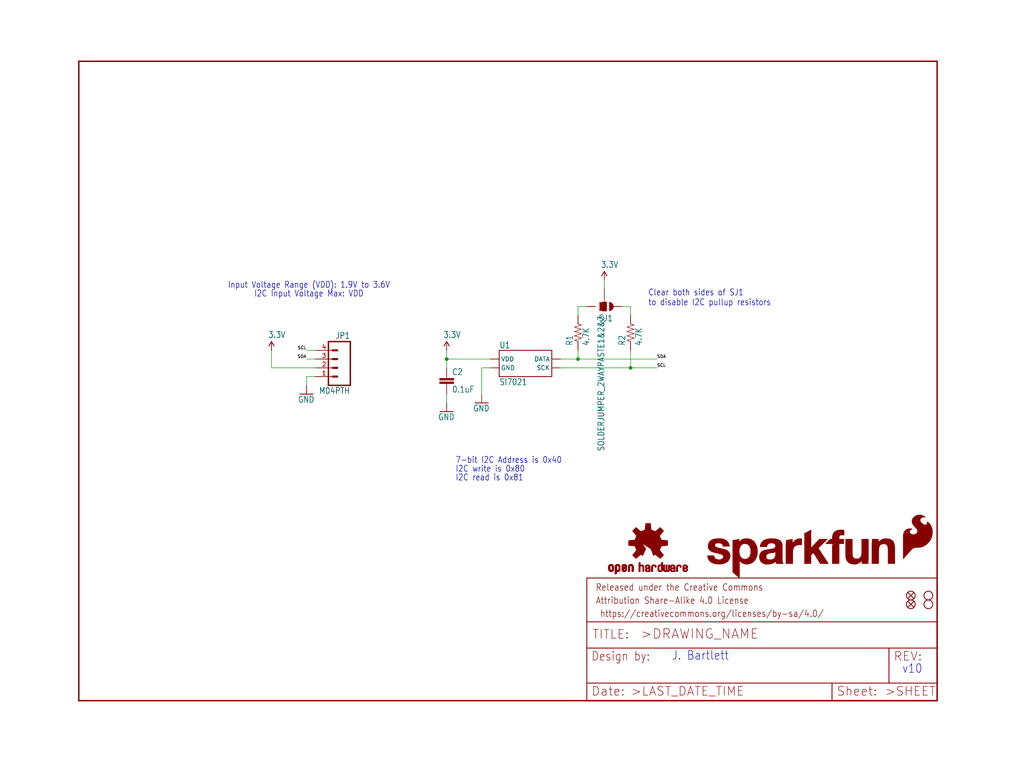
<source format=kicad_sch>
(kicad_sch (version 20211123) (generator eeschema)
  (paper "User" 297.002 223.926)
  (lib_symbols
    (symbol "eagleSchem-eagle-import:0.1UF-25V(+80{slash}-20%)(0603)"
      (property "Reference" "C" (at 1.524 2.921 0))
      (property "Value" "0.1UF-25V(+80{slash}-20%)(0603)" (at 1.524 -2.159 0))
      (symbol "0.1UF-25V(+80{slash}-20%)(0603)_1_0"
        (pin passive line (at 0 5.08 270) (length 2.54) (name "1") (number "1"))
        (pin passive line (at 0 -2.54 90) (length 2.54) (name "2") (number "2"))
      )
    )
    (symbol "eagleSchem-eagle-import:3.3V" (power)
      (property "Value" "3.3V" (at -1.016 3.556 0))
      (symbol "3.3V_1_0"
        (pin power_in line (at 0 0 90) (length 2.54) (name "3.3V") (number "1"))
      )
    )
    (symbol "eagleSchem-eagle-import:4.7KOHM-1{slash}10W-1%(0603)"
      (property "Reference" "R" (at -3.81 1.4986 0))
      (property "Value" "4.7KOHM-1{slash}10W-1%(0603)" (at -3.81 -3.302 0))
      (symbol "4.7KOHM-1{slash}10W-1%(0603)_1_0"
        (pin passive line (at -5.08 0 0) (length 2.54) (name "1") (number "1"))
        (pin passive line (at 5.08 0 180) (length 2.54) (name "2") (number "2"))
      )
    )
    (symbol "eagleSchem-eagle-import:FIDUCIALUFIDUCIAL")
    (symbol "eagleSchem-eagle-import:FRAME-LETTER"
      (symbol "FRAME-LETTER_2_0"
        (text " https://creativecommons.org/licenses/by-sa/4.0/" (at 2.54 24.13 0) (effects (font (size 1.9304 1.6408)) (justify left bottom)))
        (text ">DRAWING_NAME" (at 15.494 17.78 0) (effects (font (size 2.7432 2.7432)) (justify left bottom)))
        (text ">LAST_DATE_TIME" (at 12.7 1.27 0) (effects (font (size 2.54 2.54)) (justify left bottom)))
        (text ">SHEET" (at 86.36 1.27 0) (effects (font (size 2.54 2.54)) (justify left bottom)))
        (text "Attribution Share-Alike 4.0 License" (at 2.54 27.94 0) (effects (font (size 1.9304 1.6408)) (justify left bottom)))
        (text "Date:" (at 1.27 1.27 0) (effects (font (size 2.54 2.54)) (justify left bottom)))
        (text "Design by:" (at 1.27 11.43 0) (effects (font (size 2.54 2.159)) (justify left bottom)))
        (text "Released under the Creative Commons" (at 2.54 31.75 0) (effects (font (size 1.9304 1.6408)) (justify left bottom)))
        (text "REV:" (at 88.9 11.43 0) (effects (font (size 2.54 2.54)) (justify left bottom)))
        (text "Sheet:" (at 72.39 1.27 0) (effects (font (size 2.54 2.54)) (justify left bottom)))
        (text "TITLE:" (at 1.524 17.78 0) (effects (font (size 2.54 2.54)) (justify left bottom)))
      )
    )
    (symbol "eagleSchem-eagle-import:GND" (power)
      (property "Value" "GND" (at -2.54 -2.54 0))
      (symbol "GND_1_0"
        (pin power_in line (at 0 2.54 270) (length 2.54) (name "GND") (number "1"))
      )
    )
    (symbol "eagleSchem-eagle-import:M04PTH"
      (property "Reference" "JP" (at -5.08 8.382 0))
      (property "Value" "M04PTH" (at -5.08 -7.62 0))
      (symbol "M04PTH_1_0"
        (pin passive line (at 5.08 -2.54 180) (length 5.08) (name "1") (number "1"))
        (pin passive line (at 5.08 0 180) (length 5.08) (name "2") (number "2"))
        (pin passive line (at 5.08 2.54 180) (length 5.08) (name "3") (number "3"))
        (pin passive line (at 5.08 5.08 180) (length 5.08) (name "4") (number "4"))
      )
    )
    (symbol "eagleSchem-eagle-import:OSHW-LOGOS")
    (symbol "eagleSchem-eagle-import:SFE_LOGO_FLAME.1_INCH")
    (symbol "eagleSchem-eagle-import:SFE_LOGO_NAME.1_INCH")
    (symbol "eagleSchem-eagle-import:SI7021"
      (property "Value" "SI7021" (at -7.62 -5.08 0))
      (symbol "SI7021_1_0"
        (pin bidirectional line (at 10.16 2.54 180) (length 2.54) (name "DATA") (number "DATA"))
        (pin power_in line (at -10.16 0 0) (length 2.54) (name "GND") (number "GND"))
        (pin input line (at 10.16 0 180) (length 2.54) (name "SCK") (number "SCK"))
        (pin power_in line (at -10.16 2.54 0) (length 2.54) (name "VDD") (number "VDD"))
      )
    )
    (symbol "eagleSchem-eagle-import:SOLDERJUMPER_2WAYPASTE1&2&3"
      (property "Reference" "SJ" (at 2.54 0.381 0))
      (property "Value" "SOLDERJUMPER_2WAYPASTE1&2&3" (at 2.54 -1.905 0))
      (symbol "SOLDERJUMPER_2WAYPASTE1&2&3_1_0"
        (pin passive line (at 0 5.08 270) (length 2.54) (name "1") (number "1"))
        (pin passive line (at -5.08 0 0) (length 2.54) (name "2") (number "2"))
        (pin passive line (at 0 -5.08 90) (length 2.54) (name "3") (number "3"))
      )
    )
    (symbol "eagleSchem-eagle-import:STAND-OFF")
  )
  (junction (at 182.88 106.68))
  (junction (at 129.54 104.14))
  (junction (at 167.64 104.14))
  (wire (pts (xy 182.88 106.68) (xy 182.88 101.6)))
  (wire (pts (xy 167.64 104.14) (xy 190.5 104.14)))
  (wire (pts (xy 162.56 104.14) (xy 167.64 104.14)))
  (wire (pts (xy 182.88 88.9) (xy 182.88 91.44)))
  (wire (pts (xy 180.34 88.9) (xy 182.88 88.9)))
  (wire (pts (xy 91.44 104.14) (xy 88.9 104.14)))
  (wire (pts (xy 91.44 101.6) (xy 88.9 101.6)))
  (wire (pts (xy 182.88 106.68) (xy 190.5 106.68)))
  (wire (pts (xy 142.24 106.68) (xy 139.7 106.68)))
  (wire (pts (xy 175.26 81.28) (xy 175.26 83.82)))
  (wire (pts (xy 78.74 106.68) (xy 78.74 101.6)))
  (wire (pts (xy 170.18 88.9) (xy 167.64 88.9)))
  (wire (pts (xy 88.9 109.22) (xy 91.44 109.22)))
  (wire (pts (xy 129.54 104.14) (xy 129.54 101.6)))
  (wire (pts (xy 139.7 106.68) (xy 139.7 114.3)))
  (wire (pts (xy 142.24 104.14) (xy 129.54 104.14)))
  (wire (pts (xy 88.9 111.76) (xy 88.9 109.22)))
  (wire (pts (xy 91.44 106.68) (xy 78.74 106.68)))
  (wire (pts (xy 162.56 106.68) (xy 182.88 106.68)))
  (wire (pts (xy 167.64 88.9) (xy 167.64 91.44)))
  (wire (pts (xy 167.64 104.14) (xy 167.64 101.6)))
  (wire (pts (xy 129.54 116.84) (xy 129.54 114.3)))
  (wire (pts (xy 129.54 106.68) (xy 129.54 104.14)))
  (text "I2C write is 0x80" (at 132.08 137.16 180) (effects (font (size 1.778 1.5113)) (justify left bottom)))
  (text "Clear both sides of SJ1\nto disable I2C pullup resistors" (at 187.96 88.9 0) (effects (font (size 1.778 1.5113)) (justify left bottom)))
  (text "I2C Input Voltage Max: VDD" (at 73.66 86.36 180) (effects (font (size 1.778 1.5113)) (justify left bottom)))
  (text "J. Bartlett" (at 194.818 191.77 180) (effects (font (size 2.54 2.159)) (justify left bottom)))
  (text "Input Voltage Range (VDD): 1.9V to 3.6V" (at 66.04 83.82 180) (effects (font (size 1.778 1.5113)) (justify left bottom)))
  (text "7-bit I2C Address is 0x40" (at 132.08 134.62 180) (effects (font (size 1.778 1.5113)) (justify left bottom)))
  (text "v10" (at 261.62 195.58 180) (effects (font (size 2.54 2.159)) (justify left bottom)))
  (text "I2C read is 0x81" (at 132.08 139.7 180) (effects (font (size 1.778 1.5113)) (justify left bottom)))
  (label "SDA" (at 88.9 104.14 180) (effects (font (size 0.889 0.889))))
  (label "SDA" (at 190.5 104.14 0) (effects (font (size 0.889 0.889))))
  (label "SCL" (at 88.9 101.6 180) (effects (font (size 0.889 0.889))))
  (label "SCL" (at 190.5 106.68 0) (effects (font (size 0.889 0.889))))
  (symbol (lib_id "eagleSchem-eagle-import:GND") (at 139.7 116.84 0) (unit 1)
    (property "Reference" "#GND6" (effects hide))
    (property "Value" "GND" (at 137.16 119.38 0) (effects (font (size 1.778 1.5113)) (justify left bottom)))
    (property "Footprint" "eagleSchem:" (effects hide))
  )
  (symbol (lib_id "eagleSchem-eagle-import:3.3V") (at 129.54 101.6 0) (unit 1)
    (property "Reference" "#SUPPLY2" (effects hide))
    (property "Value" "3.3V" (at 128.524 98.044 0) (effects (font (size 1.778 1.5113)) (justify left bottom)))
    (property "Footprint" "eagleSchem:" (effects hide))
  )
  (symbol (lib_id "eagleSchem-eagle-import:STAND-OFF") (at 269.24 172.72 0) (unit 1)
    (property "Reference" "STANDOFF2" (effects hide))
    (property "Value" "STAND-OFF" (effects hide))
    (property "Footprint" "eagleSchem:STAND-OFF" (effects hide))
  )
  (symbol (lib_id "eagleSchem-eagle-import:FRAME-LETTER") (at 22.86 203.2 0) (unit 1)
    (property "Reference" "FRAME2" (effects hide))
    (property "Value" "FRAME-LETTER" (effects hide))
    (property "Footprint" "eagleSchem:CREATIVE_COMMONS" (effects hide))
  )
  (symbol (lib_id "eagleSchem-eagle-import:0.1UF-25V(+80{slash}-20%)(0603)") (at 129.54 111.76 0) (unit 1)
    (property "Reference" "C2" (at 131.064 108.839 0) (effects (font (size 1.778 1.5113)) (justify left bottom)))
    (property "Value" "0.1uF" (at 131.064 113.919 0) (effects (font (size 1.778 1.5113)) (justify left bottom)))
    (property "Footprint" "eagleSchem:0603-CAP" (effects hide))
  )
  (symbol (lib_id "eagleSchem-eagle-import:OSHW-LOGOS") (at 187.96 157.48 0) (unit 1)
    (property "Reference" "LOGO2" (effects hide))
    (property "Value" "OSHW-LOGOS" (effects hide))
    (property "Footprint" "eagleSchem:OSHW-LOGO-S" (effects hide))
  )
  (symbol (lib_id "eagleSchem-eagle-import:4.7KOHM-1{slash}10W-1%(0603)") (at 182.88 96.52 90) (unit 1)
    (property "Reference" "R2" (at 181.3814 100.33 0) (effects (font (size 1.778 1.5113)) (justify left bottom)))
    (property "Value" "4.7K" (at 186.182 100.33 0) (effects (font (size 1.778 1.5113)) (justify left bottom)))
    (property "Footprint" "eagleSchem:0603-RES" (effects hide))
  )
  (symbol (lib_id "eagleSchem-eagle-import:FIDUCIALUFIDUCIAL") (at 264.16 172.72 0) (unit 1)
    (property "Reference" "JP3" (effects hide))
    (property "Value" "FIDUCIALUFIDUCIAL" (effects hide))
    (property "Footprint" "eagleSchem:MICRO-FIDUCIAL" (effects hide))
  )
  (symbol (lib_id "eagleSchem-eagle-import:3.3V") (at 78.74 101.6 0) (unit 1)
    (property "Reference" "#SUPPLY1" (effects hide))
    (property "Value" "3.3V" (at 77.724 98.044 0) (effects (font (size 1.778 1.5113)) (justify left bottom)))
    (property "Footprint" "eagleSchem:" (effects hide))
  )
  (symbol (lib_id "eagleSchem-eagle-import:SI7021") (at 152.4 106.68 0) (unit 1)
    (property "Reference" "U1" (at 144.78 101.092 0) (effects (font (size 1.778 1.5113)) (justify left bottom)))
    (property "Value" "SI7021" (at 144.78 111.76 0) (effects (font (size 1.778 1.5113)) (justify left bottom)))
    (property "Footprint" "eagleSchem:SI7021" (effects hide))
  )
  (symbol (lib_id "eagleSchem-eagle-import:M04PTH") (at 96.52 106.68 0) (mirror y) (unit 1)
    (property "Reference" "JP1" (at 101.6 98.298 0) (effects (font (size 1.778 1.5113)) (justify left bottom)))
    (property "Value" "M04PTH" (at 101.6 114.3 0) (effects (font (size 1.778 1.5113)) (justify left bottom)))
    (property "Footprint" "eagleSchem:1X04" (effects hide))
  )
  (symbol (lib_id "eagleSchem-eagle-import:STAND-OFF") (at 269.24 175.26 0) (unit 1)
    (property "Reference" "STANDOFF1" (effects hide))
    (property "Value" "STAND-OFF" (effects hide))
    (property "Footprint" "eagleSchem:STAND-OFF" (effects hide))
  )
  (symbol (lib_id "eagleSchem-eagle-import:GND") (at 129.54 119.38 0) (unit 1)
    (property "Reference" "#GND5" (effects hide))
    (property "Value" "GND" (at 127 121.92 0) (effects (font (size 1.778 1.5113)) (justify left bottom)))
    (property "Footprint" "eagleSchem:" (effects hide))
  )
  (symbol (lib_id "eagleSchem-eagle-import:GND") (at 88.9 114.3 0) (unit 1)
    (property "Reference" "#GND2" (effects hide))
    (property "Value" "GND" (at 86.36 116.84 0) (effects (font (size 1.778 1.5113)) (justify left bottom)))
    (property "Footprint" "eagleSchem:" (effects hide))
  )
  (symbol (lib_id "eagleSchem-eagle-import:FRAME-LETTER") (at 170.18 203.2 0) (unit 2)
    (property "Reference" "FRAME2" (effects hide))
    (property "Value" "FRAME-LETTER" (effects hide))
    (property "Footprint" "eagleSchem:CREATIVE_COMMONS" (effects hide))
  )
  (symbol (lib_id "eagleSchem-eagle-import:SFE_LOGO_FLAME.1_INCH") (at 261.62 162.56 0) (unit 1)
    (property "Reference" "LOGO3" (effects hide))
    (property "Value" "SFE_LOGO_FLAME.1_INCH" (effects hide))
    (property "Footprint" "eagleSchem:SFE_LOGO_FLAME_.1" (effects hide))
  )
  (symbol (lib_id "eagleSchem-eagle-import:SOLDERJUMPER_2WAYPASTE1&2&3") (at 175.26 88.9 270) (unit 1)
    (property "Reference" "SJ1" (at 177.8 91.313 90) (effects (font (size 1.778 1.5113)) (justify right top)))
    (property "Value" "SOLDERJUMPER_2WAYPASTE1&2&3" (at 173.355 91.44 0) (effects (font (size 1.778 1.5113)) (justify left bottom)))
    (property "Footprint" "eagleSchem:SJ_3_PASTE1&2&3" (effects hide))
  )
  (symbol (lib_id "eagleSchem-eagle-import:4.7KOHM-1{slash}10W-1%(0603)") (at 167.64 96.52 90) (unit 1)
    (property "Reference" "R1" (at 166.1414 100.33 0) (effects (font (size 1.778 1.5113)) (justify left bottom)))
    (property "Value" "4.7K" (at 170.942 100.33 0) (effects (font (size 1.778 1.5113)) (justify left bottom)))
    (property "Footprint" "eagleSchem:0603-RES" (effects hide))
  )
  (symbol (lib_id "eagleSchem-eagle-import:SFE_LOGO_NAME.1_INCH") (at 203.2 167.64 0) (unit 1)
    (property "Reference" "LOGO4" (effects hide))
    (property "Value" "SFE_LOGO_NAME.1_INCH" (effects hide))
    (property "Footprint" "eagleSchem:SFE_LOGO_NAME_.1" (effects hide))
  )
  (symbol (lib_id "eagleSchem-eagle-import:FIDUCIALUFIDUCIAL") (at 264.16 175.26 0) (unit 1)
    (property "Reference" "JP4" (effects hide))
    (property "Value" "FIDUCIALUFIDUCIAL" (effects hide))
    (property "Footprint" "eagleSchem:MICRO-FIDUCIAL" (effects hide))
  )
  (symbol (lib_id "eagleSchem-eagle-import:3.3V") (at 175.26 81.28 0) (unit 1)
    (property "Reference" "#SUPPLY3" (effects hide))
    (property "Value" "3.3V" (at 174.244 77.724 0) (effects (font (size 1.778 1.5113)) (justify left bottom)))
    (property "Footprint" "eagleSchem:" (effects hide))
  )
)
</source>
